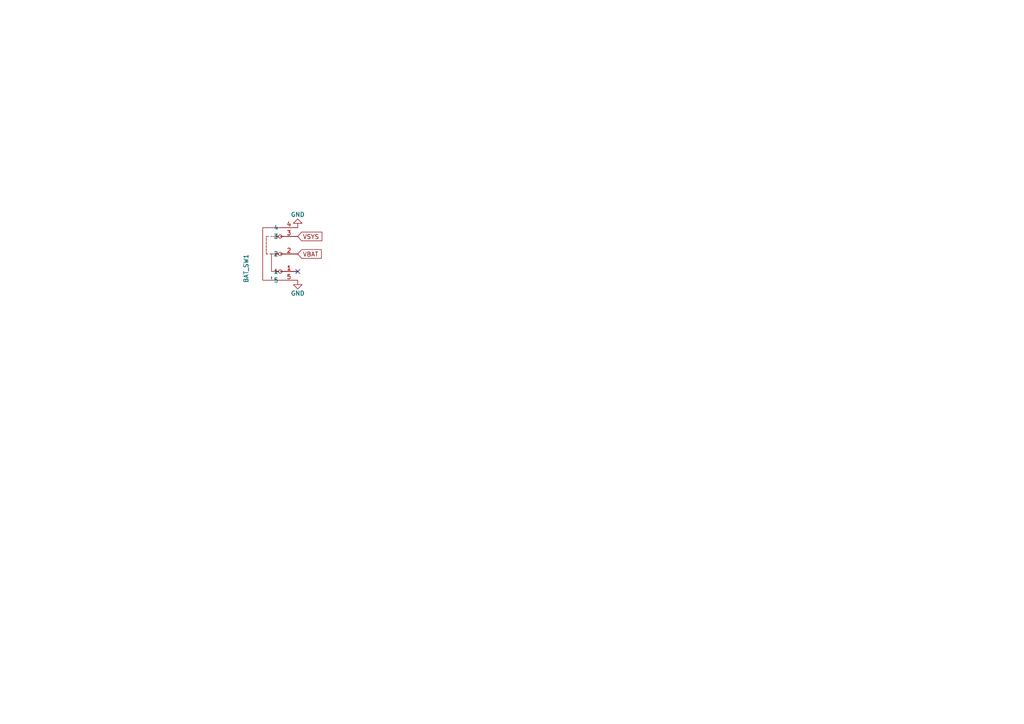
<source format=kicad_sch>
(kicad_sch (version 20250114) (generator "eeschema") (generator_version "9.0")
  (paper "A4")
  (lib_symbols
    (symbol "ErgoCai:SK12D07VG4"
      (property "Reference" "SW" (at 0 0 0))
      (property "Value" "SK12D07VG4" (at 0 -10.16 0))
      (symbol "SK12D07VG4_0_1"
        (polyline (pts (xy -7.62 0) (xy -7.62 5.08) (xy 7.62 5.08) (xy 7.62 0)))
        (polyline (pts (xy -5.08 0.51) (xy -5.33 1.52)))
        (polyline (pts (xy -5.08 0.51) (xy -4.83 1.52) (xy -4.83 1.52)))
        (polyline (pts (xy -5.08 0.51) (xy -5.08 2.54) (xy 0 2.54) (xy 0 0.51) (xy 0.25 1.52)))
        (circle (center -5.08 0) (radius 0.51))
        (polyline (pts (xy 0 3.56) (xy 0 4.06) (xy 0.51 4.06)))
        (polyline (pts (xy 0 2.54) (xy 0 3.05)))
        (polyline (pts (xy 0 0.51) (xy -0.25 1.52)))
        (circle (center 0 0) (radius 0.51))
        (polyline (pts (xy 0.76 4.06) (xy 1.52 4.06)))
        (polyline (pts (xy 1.78 4.06) (xy 2.54 4.06)))
        (polyline (pts (xy 2.79 4.06) (xy 3.56 4.06)))
        (polyline (pts (xy 3.81 4.06) (xy 4.57 4.06)))
        (polyline (pts (xy 4.83 4.06) (xy 5.08 4.06) (xy 5.08 3.3)))
        (polyline (pts (xy 5.08 2.79) (xy 5.08 2.29)))
        (polyline (pts (xy 5.08 2.03) (xy 5.08 1.52)))
        (polyline (pts (xy 5.08 1.27) (xy 5.08 0.51) (xy 5.33 1.52)))
        (polyline (pts (xy 5.08 0.51) (xy 4.83 1.52)))
        (circle (center 5.08 0) (radius 0.51))
        (pin unspecified line (at -7.62 -5.08 90) (length 5.08) (name "5") (number "5"))
        (pin unspecified line (at -5.08 -5.08 90) (length 5.08) (name "1") (number "1"))
        (pin unspecified line (at 0 -5.08 90) (length 5.08) (name "2") (number "2"))
        (pin unspecified line (at 5.08 -5.08 90) (length 5.08) (name "3") (number "3"))
        (pin unspecified line (at 7.62 -5.08 90) (length 5.08) (name "4") (number "4"))
      )
    )
    (symbol "power:GND" (power) (pin_numbers (hide yes)) (pin_names (offset 0) (hide yes))
      (property "Value" "GND" (at 0 -3.81 0))
      (symbol "GND_0_1"
        (polyline (pts (xy 0 0) (xy 0 -1.27) (xy 1.27 -1.27) (xy 0 -2.54) (xy -1.27 -1.27) (xy 0 -1.27)))
      )
      (symbol "GND_1_1"
        (pin power_in line (at 0 0 270) (length 0) (name "~") (number "1"))
      )
    )
  )
  (no_connect (at 86.36 78.74))
  (global_label "VSYS" (shape input) (at 86.36 68.58 0) (property "Intersheetrefs" "${INTERSHEET_REFS}" (effects (hide yes))))
  (global_label "VBAT" (shape input) (at 86.36 73.66 0) (property "Intersheetrefs" "${INTERSHEET_REFS}" (effects (hide yes))))
  (symbol (lib_id "ErgoCai:SK12D07VG4") (at 81.28 73.66 90) (unit 1)
    (property "Reference" "BAT_SW1" (at 71.374 73.66 0) (effects (justify right)))
    (property "Value" "~" (at 78.7401 80.01 0) (effects (justify right)))
    (property "Footprint" "ErgoCai.pretty:SW-TH_SK12D07VG4" (effects (hide yes)))
    (property "Datasheet" "https://lcsc.com/product-detail/Toggle-Switches_SHOU-HAN-SK12D07VG4_C393937.html" (effects (hide yes)))
    (property "Description" "Switch, dual pole double throw, separate symbols" (effects (hide yes)))
    (property "MF" "C&K" (effects (hide yes)))
    (property "Description_1" "Switch Slide ON ON SPDT Side Slide 0.3A 30VDC PC Pins Bracket Mount/Through Hole Bulk" (effects (hide yes)))
    (property "Package" "None" (effects (hide yes)))
    (property "Price" "None" (effects (hide yes)))
    (property "SnapEDA_Link" "https://www.snapeda.com/parts/SK12D07VG4/C%2526K/view-part/?ref=snap" (effects (hide yes)))
    (property "MP" "SK12D07VG4" (effects (hide yes)))
    (property "Availability" "Not in stock" (effects (hide yes)))
    (property "Check_prices" "https://www.snapeda.com/parts/SK12D07VG4/C%2526K/view-part/?ref=eda" (effects (hide yes)))
    (property "LCSC Part" "C393937" (effects (hide yes)))
  )
  (symbol (lib_id "power:GND") (at 86.36 81.28 0) (unit 1)
    (property "Reference" "#PWR01" (effects (hide yes)))
    (property "Value" "GND" (at 86.36 85.09 0))
    (property "Description" "Power symbol creates a global label with name \"GND\" , ground" (effects (hide yes)))
  )
  (symbol (lib_id "power:GND") (at 86.36 66.04 180) (unit 1)
    (property "Reference" "#PWR03" (effects (hide yes)))
    (property "Value" "GND" (at 86.36 62.23 0))
    (property "Description" "Power symbol creates a global label with name \"GND\" , ground" (effects (hide yes)))
  )
)
</source>
